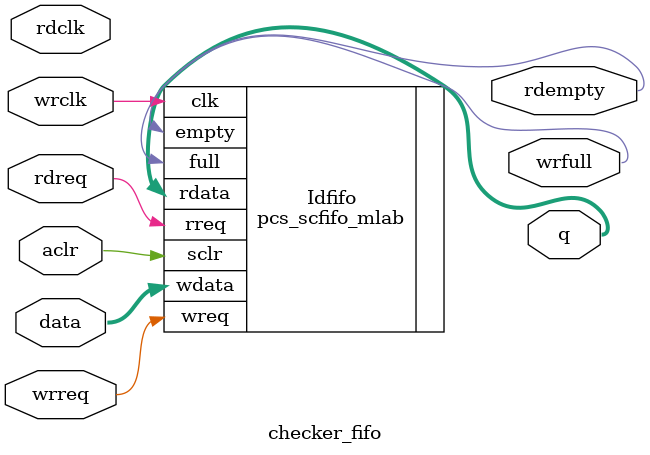
<source format=v>




// synopsys translate_off
`timescale 1 ps / 1 ps
// synopsys translate_on
module checker_fifo (
	aclr,
	data,
	rdclk,
	rdreq,
	wrclk,
	wrreq,
	q,
	rdempty,
	wrfull);

	input	  aclr;
	input	[287:0]  data;
	input	  rdclk;
	input	  rdreq;
	input	  wrclk;
	input	  wrreq;
	output	[287:0]  q;
	output	  rdempty;
	output	  wrfull;
`ifndef ALTERA_RESERVED_QIS
// synopsys translate_off
`endif
	tri0	  aclr;
`ifndef ALTERA_RESERVED_QIS
// synopsys translate_on
`endif

/*
	dc_fifo_s10 dcfifo_component (
		.rdclk   (rdclk),   //   input,   width = 1,            .rdclk
		.wrclk   (wrclk),   //   input,   width = 1,            .wrclk
		.wrreq   (wrreq),   //   input,   width = 1,            .wrreq
		.aclr    (aclr),
		.data    (data),    //   input,  width = 72,  fifo_input.datain
		.rdreq   (rdreq),   //   input,   width = 1,            .rdreq
		.wrfull  (wrfull),   //  output,   width = 1,            .wrfull
		.q       (q),       //  output,  width = 72, fifo_output.dataout
		.rdempty (rdempty) //  output,   width = 1,            .rdempty
	);
*/
pcs_scfifo_mlab #(
              .SIM_EMULATE (1),
              .WIDTH       (288)
) Idfifo (
    .clk(wrclk),
    .sclr(aclr),
    .wdata(data[287:0]),
    .wreq(wrreq),
    .full(wrfull),
    .rdata(q[287:0]),
    .rreq(rdreq),
    .empty(rdempty)
);


endmodule

</source>
